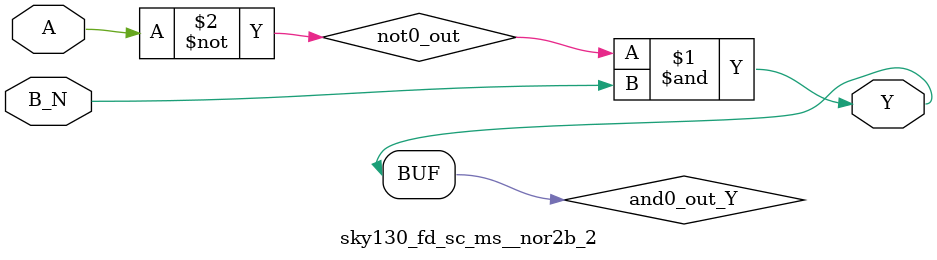
<source format=v>
/*
 * Copyright 2020 The SkyWater PDK Authors
 *
 * Licensed under the Apache License, Version 2.0 (the "License");
 * you may not use this file except in compliance with the License.
 * You may obtain a copy of the License at
 *
 *     https://www.apache.org/licenses/LICENSE-2.0
 *
 * Unless required by applicable law or agreed to in writing, software
 * distributed under the License is distributed on an "AS IS" BASIS,
 * WITHOUT WARRANTIES OR CONDITIONS OF ANY KIND, either express or implied.
 * See the License for the specific language governing permissions and
 * limitations under the License.
 *
 * SPDX-License-Identifier: Apache-2.0
*/


`ifndef SKY130_FD_SC_MS__NOR2B_2_FUNCTIONAL_V
`define SKY130_FD_SC_MS__NOR2B_2_FUNCTIONAL_V

/**
 * nor2b: 2-input NOR, first input inverted.
 *
 *        Y = !(A | B | C | !D)
 *
 * Verilog simulation functional model.
 */

`timescale 1ns / 1ps
`default_nettype none

`celldefine
module sky130_fd_sc_ms__nor2b_2 (
    Y  ,
    A  ,
    B_N
);

    // Module ports
    output Y  ;
    input  A  ;
    input  B_N;

    // Local signals
    wire not0_out  ;
    wire and0_out_Y;

    //  Name  Output      Other arguments
    not not0 (not0_out  , A              );
    and and0 (and0_out_Y, not0_out, B_N  );
    buf buf0 (Y         , and0_out_Y     );

endmodule
`endcelldefine

`default_nettype wire
`endif  // SKY130_FD_SC_MS__NOR2B_2_FUNCTIONAL_V

</source>
